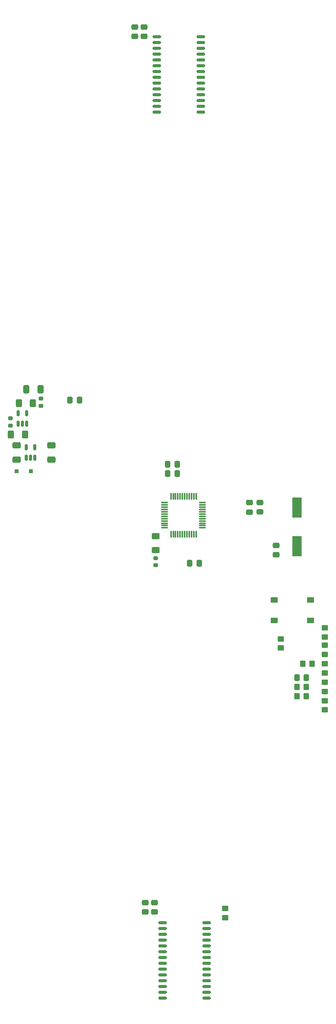
<source format=gbr>
%TF.GenerationSoftware,KiCad,Pcbnew,(6.0.6-0)*%
%TF.CreationDate,2022-11-06T01:46:37-08:00*%
%TF.ProjectId,Slave Board,536c6176-6520-4426-9f61-72642e6b6963,rev?*%
%TF.SameCoordinates,Original*%
%TF.FileFunction,Paste,Top*%
%TF.FilePolarity,Positive*%
%FSLAX46Y46*%
G04 Gerber Fmt 4.6, Leading zero omitted, Abs format (unit mm)*
G04 Created by KiCad (PCBNEW (6.0.6-0)) date 2022-11-06 01:46:37*
%MOMM*%
%LPD*%
G01*
G04 APERTURE LIST*
G04 Aperture macros list*
%AMRoundRect*
0 Rectangle with rounded corners*
0 $1 Rounding radius*
0 $2 $3 $4 $5 $6 $7 $8 $9 X,Y pos of 4 corners*
0 Add a 4 corners polygon primitive as box body*
4,1,4,$2,$3,$4,$5,$6,$7,$8,$9,$2,$3,0*
0 Add four circle primitives for the rounded corners*
1,1,$1+$1,$2,$3*
1,1,$1+$1,$4,$5*
1,1,$1+$1,$6,$7*
1,1,$1+$1,$8,$9*
0 Add four rect primitives between the rounded corners*
20,1,$1+$1,$2,$3,$4,$5,0*
20,1,$1+$1,$4,$5,$6,$7,0*
20,1,$1+$1,$6,$7,$8,$9,0*
20,1,$1+$1,$8,$9,$2,$3,0*%
G04 Aperture macros list end*
%ADD10RoundRect,0.250000X0.337500X0.475000X-0.337500X0.475000X-0.337500X-0.475000X0.337500X-0.475000X0*%
%ADD11RoundRect,0.250000X-0.350000X-0.450000X0.350000X-0.450000X0.350000X0.450000X-0.350000X0.450000X0*%
%ADD12RoundRect,0.250000X0.400000X0.625000X-0.400000X0.625000X-0.400000X-0.625000X0.400000X-0.625000X0*%
%ADD13RoundRect,0.075000X0.662500X0.075000X-0.662500X0.075000X-0.662500X-0.075000X0.662500X-0.075000X0*%
%ADD14RoundRect,0.075000X0.075000X0.662500X-0.075000X0.662500X-0.075000X-0.662500X0.075000X-0.662500X0*%
%ADD15RoundRect,0.250000X0.350000X0.450000X-0.350000X0.450000X-0.350000X-0.450000X0.350000X-0.450000X0*%
%ADD16RoundRect,0.218750X0.256250X-0.218750X0.256250X0.218750X-0.256250X0.218750X-0.256250X-0.218750X0*%
%ADD17RoundRect,0.250000X-0.412500X-0.650000X0.412500X-0.650000X0.412500X0.650000X-0.412500X0.650000X0*%
%ADD18RoundRect,0.218750X-0.256250X0.218750X-0.256250X-0.218750X0.256250X-0.218750X0.256250X0.218750X0*%
%ADD19RoundRect,0.150000X-0.750000X-0.150000X0.750000X-0.150000X0.750000X0.150000X-0.750000X0.150000X0*%
%ADD20RoundRect,0.150000X0.150000X-0.512500X0.150000X0.512500X-0.150000X0.512500X-0.150000X-0.512500X0*%
%ADD21RoundRect,0.250000X0.475000X-0.337500X0.475000X0.337500X-0.475000X0.337500X-0.475000X-0.337500X0*%
%ADD22RoundRect,0.250000X-0.650000X0.412500X-0.650000X-0.412500X0.650000X-0.412500X0.650000X0.412500X0*%
%ADD23RoundRect,0.250000X0.450000X-0.350000X0.450000X0.350000X-0.450000X0.350000X-0.450000X-0.350000X0*%
%ADD24RoundRect,0.250000X-0.400000X-0.625000X0.400000X-0.625000X0.400000X0.625000X-0.400000X0.625000X0*%
%ADD25RoundRect,0.250000X-0.450000X0.350000X-0.450000X-0.350000X0.450000X-0.350000X0.450000X0.350000X0*%
%ADD26RoundRect,0.250000X-0.337500X-0.475000X0.337500X-0.475000X0.337500X0.475000X-0.337500X0.475000X0*%
%ADD27RoundRect,0.250000X-0.625000X0.400000X-0.625000X-0.400000X0.625000X-0.400000X0.625000X0.400000X0*%
%ADD28RoundRect,0.250000X0.650000X-0.412500X0.650000X0.412500X-0.650000X0.412500X-0.650000X-0.412500X0*%
%ADD29R,1.550000X1.300000*%
%ADD30R,2.000000X4.500000*%
%ADD31R,0.900000X0.950000*%
G04 APERTURE END LIST*
D10*
%TO.C,C25*%
X222037500Y-180000000D03*
X219962500Y-180000000D03*
%TD*%
D11*
%TO.C,R18*%
X269764000Y-242824000D03*
X271764000Y-242824000D03*
%TD*%
D12*
%TO.C,R21*%
X210134800Y-187553600D03*
X207034800Y-187553600D03*
%TD*%
D13*
%TO.C,U1*%
X249018500Y-207982000D03*
X249018500Y-207482000D03*
X249018500Y-206982000D03*
X249018500Y-206482000D03*
X249018500Y-205982000D03*
X249018500Y-205482000D03*
X249018500Y-204982000D03*
X249018500Y-204482000D03*
X249018500Y-203982000D03*
X249018500Y-203482000D03*
X249018500Y-202982000D03*
X249018500Y-202482000D03*
D14*
X247606000Y-201069500D03*
X247106000Y-201069500D03*
X246606000Y-201069500D03*
X246106000Y-201069500D03*
X245606000Y-201069500D03*
X245106000Y-201069500D03*
X244606000Y-201069500D03*
X244106000Y-201069500D03*
X243606000Y-201069500D03*
X243106000Y-201069500D03*
X242606000Y-201069500D03*
X242106000Y-201069500D03*
D13*
X240693500Y-202482000D03*
X240693500Y-202982000D03*
X240693500Y-203482000D03*
X240693500Y-203982000D03*
X240693500Y-204482000D03*
X240693500Y-204982000D03*
X240693500Y-205482000D03*
X240693500Y-205982000D03*
X240693500Y-206482000D03*
X240693500Y-206982000D03*
X240693500Y-207482000D03*
X240693500Y-207982000D03*
D14*
X242106000Y-209394500D03*
X242606000Y-209394500D03*
X243106000Y-209394500D03*
X243606000Y-209394500D03*
X244106000Y-209394500D03*
X244606000Y-209394500D03*
X245106000Y-209394500D03*
X245606000Y-209394500D03*
X246106000Y-209394500D03*
X246606000Y-209394500D03*
X247106000Y-209394500D03*
X247606000Y-209394500D03*
%TD*%
D15*
%TO.C,R16*%
X271764000Y-244856000D03*
X269764000Y-244856000D03*
%TD*%
D16*
%TO.C,D4*%
X238760000Y-216179500D03*
X238760000Y-214604500D03*
%TD*%
D17*
%TO.C,C17*%
X210400500Y-177673000D03*
X213525500Y-177673000D03*
%TD*%
D18*
%TO.C,D3*%
X213614000Y-179679500D03*
X213614000Y-181254500D03*
%TD*%
D19*
%TO.C,U2*%
X239040000Y-100457000D03*
X239040000Y-101727000D03*
X239040000Y-102997000D03*
X239040000Y-104267000D03*
X239040000Y-105537000D03*
X239040000Y-106807000D03*
X239040000Y-108077000D03*
X239040000Y-109347000D03*
X239040000Y-110617000D03*
X239040000Y-111887000D03*
X239040000Y-113157000D03*
X239040000Y-114427000D03*
X239040000Y-115697000D03*
X239040000Y-116967000D03*
X248640000Y-116967000D03*
X248640000Y-115697000D03*
X248640000Y-114427000D03*
X248640000Y-113157000D03*
X248640000Y-111887000D03*
X248640000Y-110617000D03*
X248640000Y-109347000D03*
X248640000Y-108077000D03*
X248640000Y-106807000D03*
X248640000Y-105537000D03*
X248640000Y-104267000D03*
X248640000Y-102997000D03*
X248640000Y-101727000D03*
X248640000Y-100457000D03*
%TD*%
D20*
%TO.C,U13*%
X208600000Y-185160500D03*
X209550000Y-185160500D03*
X210500000Y-185160500D03*
X210500000Y-182885500D03*
X208600000Y-182885500D03*
%TD*%
D21*
%TO.C,C24*%
X238506000Y-292121500D03*
X238506000Y-290046500D03*
%TD*%
D22*
%TO.C,C15*%
X208280000Y-189953500D03*
X208280000Y-193078500D03*
%TD*%
D23*
%TO.C,R1*%
X275844000Y-235696000D03*
X275844000Y-233696000D03*
%TD*%
D24*
%TO.C,R14*%
X208762000Y-180721000D03*
X211862000Y-180721000D03*
%TD*%
D25*
%TO.C,R3*%
X275844000Y-241824000D03*
X275844000Y-243824000D03*
%TD*%
D26*
%TO.C,C16*%
X241405500Y-196088000D03*
X243480500Y-196088000D03*
%TD*%
D21*
%TO.C,C2*%
X261620000Y-204491500D03*
X261620000Y-202416500D03*
%TD*%
D23*
%TO.C,R2*%
X275844000Y-247872000D03*
X275844000Y-245872000D03*
%TD*%
%TO.C,R23*%
X254000000Y-293354000D03*
X254000000Y-291354000D03*
%TD*%
D18*
%TO.C,D2*%
X206883000Y-183997500D03*
X206883000Y-185572500D03*
%TD*%
D15*
%TO.C,R15*%
X273034000Y-237744000D03*
X271034000Y-237744000D03*
%TD*%
D21*
%TO.C,C22*%
X236474000Y-292121500D03*
X236474000Y-290046500D03*
%TD*%
D25*
%TO.C,R4*%
X275844000Y-237760000D03*
X275844000Y-239760000D03*
%TD*%
D10*
%TO.C,C18*%
X271801500Y-240792000D03*
X269726500Y-240792000D03*
%TD*%
D27*
%TO.C,R22*%
X238760000Y-209778000D03*
X238760000Y-212878000D03*
%TD*%
D21*
%TO.C,C21*%
X236220000Y-100351500D03*
X236220000Y-98276500D03*
%TD*%
D10*
%TO.C,C5*%
X243480500Y-194056000D03*
X241405500Y-194056000D03*
%TD*%
D28*
%TO.C,C14*%
X215900000Y-193078500D03*
X215900000Y-189953500D03*
%TD*%
D21*
%TO.C,C1*%
X265176000Y-213889500D03*
X265176000Y-211814500D03*
%TD*%
D29*
%TO.C,SW1*%
X272707000Y-228310000D03*
X264757000Y-228310000D03*
X272707000Y-223810000D03*
X264757000Y-223810000D03*
%TD*%
D26*
%TO.C,C4*%
X246212500Y-215750000D03*
X248287500Y-215750000D03*
%TD*%
D30*
%TO.C,Y1*%
X269748000Y-203522000D03*
X269748000Y-212022000D03*
%TD*%
D21*
%TO.C,C3*%
X259334000Y-204537500D03*
X259334000Y-202462500D03*
%TD*%
D20*
%TO.C,U12*%
X210378000Y-192653500D03*
X211328000Y-192653500D03*
X212278000Y-192653500D03*
X212278000Y-190378500D03*
X210378000Y-190378500D03*
%TD*%
D19*
%TO.C,U3*%
X240310000Y-294513000D03*
X240310000Y-295783000D03*
X240310000Y-297053000D03*
X240310000Y-298323000D03*
X240310000Y-299593000D03*
X240310000Y-300863000D03*
X240310000Y-302133000D03*
X240310000Y-303403000D03*
X240310000Y-304673000D03*
X240310000Y-305943000D03*
X240310000Y-307213000D03*
X240310000Y-308483000D03*
X240310000Y-309753000D03*
X240310000Y-311023000D03*
X249910000Y-311023000D03*
X249910000Y-309753000D03*
X249910000Y-308483000D03*
X249910000Y-307213000D03*
X249910000Y-305943000D03*
X249910000Y-304673000D03*
X249910000Y-303403000D03*
X249910000Y-302133000D03*
X249910000Y-300863000D03*
X249910000Y-299593000D03*
X249910000Y-298323000D03*
X249910000Y-297053000D03*
X249910000Y-295783000D03*
X249910000Y-294513000D03*
%TD*%
D21*
%TO.C,C23*%
X234188000Y-100351500D03*
X234188000Y-98276500D03*
%TD*%
D23*
%TO.C,R20*%
X266192000Y-234299000D03*
X266192000Y-232299000D03*
%TD*%
D31*
%TO.C,D1*%
X211379000Y-195580000D03*
X208229000Y-195580000D03*
%TD*%
D23*
%TO.C,R19*%
X275844000Y-231886000D03*
X275844000Y-229886000D03*
%TD*%
M02*

</source>
